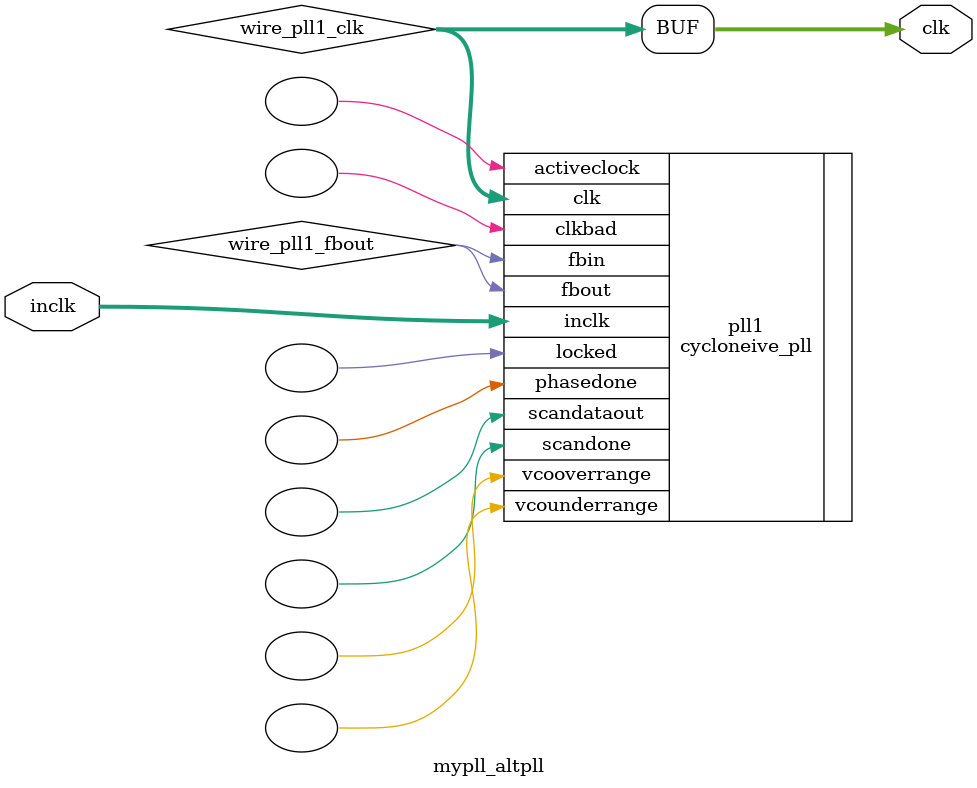
<source format=v>






//synthesis_resources = cycloneive_pll 1 
//synopsys translate_off
`timescale 1 ps / 1 ps
//synopsys translate_on
module  mypll_altpll
	( 
	clk,
	inclk) /* synthesis synthesis_clearbox=1 */;
	output   [4:0]  clk;
	input   [1:0]  inclk;
`ifndef ALTERA_RESERVED_QIS
// synopsys translate_off
`endif
	tri0   [1:0]  inclk;
`ifndef ALTERA_RESERVED_QIS
// synopsys translate_on
`endif

	wire  [4:0]   wire_pll1_clk;
	wire  wire_pll1_fbout;

	cycloneive_pll   pll1
	( 
	.activeclock(),
	.clk(wire_pll1_clk),
	.clkbad(),
	.fbin(wire_pll1_fbout),
	.fbout(wire_pll1_fbout),
	.inclk(inclk),
	.locked(),
	.phasedone(),
	.scandataout(),
	.scandone(),
	.vcooverrange(),
	.vcounderrange()
	`ifndef FORMAL_VERIFICATION
	// synopsys translate_off
	`endif
	,
	.areset(1'b0),
	.clkswitch(1'b0),
	.configupdate(1'b0),
	.pfdena(1'b1),
	.phasecounterselect({3{1'b0}}),
	.phasestep(1'b0),
	.phaseupdown(1'b0),
	.scanclk(1'b0),
	.scanclkena(1'b1),
	.scandata(1'b0)
	`ifndef FORMAL_VERIFICATION
	// synopsys translate_on
	`endif
	);
	defparam
		pll1.bandwidth_type = "auto",
		pll1.clk0_divide_by = 2,
		pll1.clk0_duty_cycle = 50,
		pll1.clk0_multiply_by = 5,
		pll1.clk0_phase_shift = "0",
		pll1.compensate_clock = "clk0",
		pll1.inclk0_input_frequency = 20000,
		pll1.operation_mode = "normal",
		pll1.pll_type = "auto",
		pll1.lpm_type = "cycloneive_pll";
	assign
		clk = {wire_pll1_clk[4:0]};
endmodule //mypll_altpll
//VALID FILE

</source>
